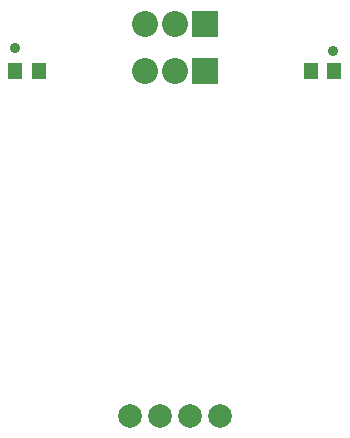
<source format=gbs>
G04 Layer_Color=16711935*
%FSLAX44Y44*%
%MOMM*%
G71*
G01*
G75*
%ADD19C,2.0032*%
%ADD20C,2.2032*%
%ADD21R,2.2032X2.2032*%
%ADD22C,0.9032*%
%ADD23R,1.2032X1.4532*%
D19*
X12700Y143000D02*
D03*
X-12700D02*
D03*
X-38100D02*
D03*
X38100D02*
D03*
D20*
X-25400Y475000D02*
D03*
X0D02*
D03*
X-25400Y435000D02*
D03*
X0D02*
D03*
D21*
X25400Y475000D02*
D03*
Y435000D02*
D03*
D22*
X134000Y451750D02*
D03*
X-135000Y454500D02*
D03*
D23*
X115000Y435000D02*
D03*
X135000D02*
D03*
X-115000D02*
D03*
X-135000D02*
D03*
M02*

</source>
